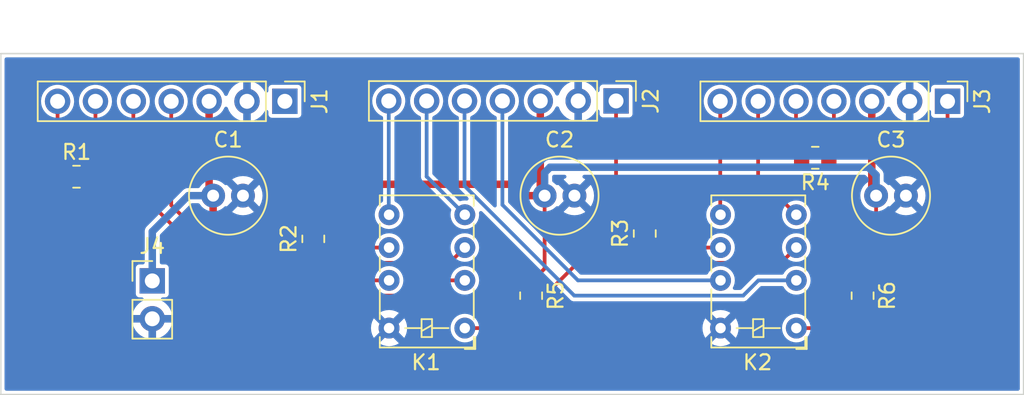
<source format=kicad_pcb>
(kicad_pcb (version 20211014) (generator pcbnew)
  (layers (0 "F.Cu" signal) (31 "B.Cu" signal) (34 "B.Paste" user) (35 "F.Paste" user) (36 "B.SilkS" user "B.Silkscreen") (37 "F.SilkS" user "F.Silkscreen") (38 "B.Mask" user) (39 "F.Mask" user) (44 "Edge.Cuts" user))
  (net 0 "")
  (net 1 "VCC")
  (net 2 "GND")
  (net 3 "Net-(J1-Pad4)")
  (net 4 "Net-(K1-Pad6)")
  (net 5 "Net-(J2-Pad4)")
  (net 6 "Net-(J2-Pad5)")
  (net 7 "Net-(J1-Pad6)")
  (net 8 "Net-(J1-Pad7)")
  (net 9 "Net-(J1-Pad5)")
  (net 10 "Net-(J2-Pad1)")
  (net 11 "Net-(J2-Pad6)")
  (net 12 "Net-(J2-Pad7)")
  (net 13 "Net-(J3-Pad4)")
  (net 14 "Net-(J3-Pad5)")
  (net 15 "Net-(K1-Pad3)")
  (net 17 "Net-(J3-Pad1)")
  (net 18 "Net-(J3-Pad6)")
  (net 19 "Net-(J3-Pad7)")
  (net 20 "Net-(K2-Pad3)")
  (net 21 "Net-(K2-Pad6)")
  (footprint "Resistor_SMD:R_0805_2012Metric" (layer "F.Cu") (at 146.05 85.725 180)
    (fp_text reference "R4" (at 0 -1.65) (layer "F.SilkS"))
    (fp_text value "120R")
    (fp_line (start -0.227064 -0.735) (end 0.227064 -0.735) (layer "F.SilkS") (width 0.12))
    (fp_line (start -0.227064 0.735) (end 0.227064 0.735) (layer "F.SilkS") (width 0.12))
    (pad "1" smd roundrect locked (at -0.9125 0 180) (size 1.025 1.4) (layers "F.Cu" "F.Paste" "F.Mask") (roundrect_rratio 0.243902439) (net 13 "Net-(J3-Pad4)"))
    (pad "2" smd roundrect locked (at 0.9125 0 180) (size 1.025 1.4) (layers "F.Cu" "F.Paste" "F.Mask") (roundrect_rratio 0.243902439) (net 14 "Net-(J3-Pad5)"))
  )
  (footprint "Resistor_SMD:R_0805_2012Metric" (layer "F.Cu") (at 96.52 86.995)
    (fp_text reference "R1" (at 0 -1.65) (layer "F.SilkS"))
    (fp_text value "120R")
    (fp_line (start -0.227064 -0.735) (end 0.227064 -0.735) (layer "F.SilkS") (width 0.12))
    (fp_line (start -0.227064 0.735) (end 0.227064 0.735) (layer "F.SilkS") (width 0.12))
    (pad "1" smd roundrect locked (at -0.9125 0) (size 1.025 1.4) (layers "F.Cu" "F.Paste" "F.Mask") (roundrect_rratio 0.243902439) (net 8 "Net-(J1-Pad7)"))
    (pad "2" smd roundrect locked (at 0.9125 0) (size 1.025 1.4) (layers "F.Cu" "F.Paste" "F.Mask") (roundrect_rratio 0.243902439) (net 7 "Net-(J1-Pad6)"))
  )
  (footprint "Connector_PinHeader_2.54mm:PinHeader_1x07_P2.54mm_Vertical" (layer "F.Cu") (at 132.695 81.915 -90)
    (fp_text reference "J2" (at 0 -2.33 -90) (layer "F.SilkS"))
    (fp_text value "Conn_01x07_Male")
    (fp_line (start -1.33 0) (end -1.33 -1.33) (layer "F.SilkS") (width 0.12))
    (fp_line (start -1.33 -1.33) (end 0 -1.33) (layer "F.SilkS") (width 0.12))
    (fp_line (start -1.33 1.27) (end -1.33 16.57) (layer "F.SilkS") (width 0.12))
    (fp_line (start 1.33 1.27) (end 1.33 16.57) (layer "F.SilkS") (width 0.12))
    (fp_line (start -1.33 1.27) (end 1.33 1.27) (layer "F.SilkS") (width 0.12))
    (fp_line (start -1.33 16.57) (end 1.33 16.57) (layer "F.SilkS") (width 0.12))
    (pad "1" thru_hole rect locked (at 0 0 270) (size 1.7 1.7) (drill 1) (layers *.Cu *.Mask) (net 10 "Net-(J2-Pad1)"))
    (pad "2" thru_hole oval locked (at 0 2.54 270) (size 1.7 1.7) (drill 1) (layers *.Cu *.Mask) (net 2 "GND"))
    (pad "3" thru_hole oval locked (at 0 5.08 270) (size 1.7 1.7) (drill 1) (layers *.Cu *.Mask) (net 1 "VCC"))
    (pad "4" thru_hole oval locked (at 0 7.62 270) (size 1.7 1.7) (drill 1) (layers *.Cu *.Mask) (net 5 "Net-(J2-Pad4)"))
    (pad "5" thru_hole oval locked (at 0 10.16 270) (size 1.7 1.7) (drill 1) (layers *.Cu *.Mask) (net 6 "Net-(J2-Pad5)"))
    (pad "6" thru_hole oval locked (at 0 12.7 270) (size 1.7 1.7) (drill 1) (layers *.Cu *.Mask) (net 11 "Net-(J2-Pad6)"))
    (pad "7" thru_hole oval locked (at 0 15.24 270) (size 1.7 1.7) (drill 1) (layers *.Cu *.Mask) (net 12 "Net-(J2-Pad7)"))
  )
  (footprint "Resistor_SMD:R_0805_2012Metric" (layer "F.Cu") (at 112.395 91.1625 90)
    (fp_text reference "R2" (at 0 -1.65 90) (layer "F.SilkS"))
    (fp_text value "120R")
    (fp_line (start -0.227064 0.735) (end 0.227064 0.735) (layer "F.SilkS") (width 0.12))
    (fp_line (start -0.227064 -0.735) (end 0.227064 -0.735) (layer "F.SilkS") (width 0.12))
    (pad "1" smd roundrect locked (at -0.9125 0 90) (size 1.025 1.4) (layers "F.Cu" "F.Paste" "F.Mask") (roundrect_rratio 0.243902439) (net 15 "Net-(K1-Pad3)"))
    (pad "2" smd roundrect locked (at 0.9125 0 90) (size 1.025 1.4) (layers "F.Cu" "F.Paste" "F.Mask") (roundrect_rratio 0.243902439) (net 4 "Net-(K1-Pad6)"))
  )
  (footprint "Capacitor_THT:C_Radial_D5.0mm_H11.0mm_P2.00mm" (layer "F.Cu") (at 127.905 88.265)
    (fp_text reference "C2" (at 1 -3.75) (layer "F.SilkS"))
    (fp_text value "4u7")
    (fp_circle (center 1 0) (end 3.62 0) (layer "F.SilkS") (width 0.12) (fill none))
    (pad "1" thru_hole circle locked (at 0 0) (size 1.6 1.6) (drill 0.8) (layers *.Cu *.Mask) (net 1 "VCC"))
    (pad "2" thru_hole circle locked (at 2 0) (size 1.6 1.6) (drill 0.8) (layers *.Cu *.Mask) (net 2 "GND"))
  )
  (footprint "Relay_THT:Relay_DPDT_AXICOM_IMSeries_Pitch5.08mm" (layer "F.Cu") (at 122.555 97.145 180)
    (fp_text reference "K1" (at 2.6 -2.3) (layer "F.SilkS"))
    (fp_text value "G5V-2")
    (fp_line (start -0.6 2.6) (end -0.6 0.6) (layer "F.SilkS") (width 0.12))
    (fp_line (start -0.6 -0.6) (end -0.6 -1.3) (layer "F.SilkS") (width 0.12))
    (fp_line (start 2.9 0) (end 4 0) (layer "F.SilkS") (width 0.12))
    (fp_line (start -0.6 -1.3) (end 5.7 -1.3) (layer "F.SilkS") (width 0.12))
    (fp_line (start -0.7 -0.6) (end -0.7 -1.4) (layer "F.SilkS") (width 0.12))
    (fp_line (start 2.9 -0.6) (end 2.2 -0.6) (layer "F.SilkS") (width 0.12))
    (fp_line (start -0.6 7) (end -0.6 6) (layer "F.SilkS") (width 0.12))
    (fp_line (start 2.9 0.6) (end 2.9 -0.6) (layer "F.SilkS") (width 0.12))
    (fp_line (start 5.7 8.2) (end 5.7 8.9) (layer "F.SilkS") (width 0.12))
    (fp_line (start 5.7 -1.3) (end 5.7 -0.6) (layer "F.SilkS") (width 0.12))
    (fp_line (start 2.2 0.6) (end 2.9 0.6) (layer "F.SilkS") (width 0.12))
    (fp_line (start 5.7 3.8) (end 5.7 4.8) (layer "F.SilkS") (width 0.12))
    (fp_line (start 5.7 0.6) (end 5.7 2.6) (layer "F.SilkS") (width 0.12))
    (fp_line (start -0.7 -1.4) (end 0 -1.4) (layer "F.SilkS") (width 0.12))
    (fp_line (start -0.6 8.2) (end -0.6 8.9) (layer "F.SilkS") (width 0.12))
    (fp_line (start 2.2 -0.6) (end 2.2 0.6) (layer "F.SilkS") (width 0.12))
    (fp_line (start 2.2 0.2) (end 2.9 -0.2) (layer "F.SilkS") (width 0.12))
    (fp_line (start 2.2 0) (end 1.1 0) (layer "F.SilkS") (width 0.12))
    (fp_line (start -0.6 4.8) (end -0.6 3.8) (layer "F.SilkS") (width 0.12))
    (fp_line (start 5.7 6) (end 5.7 7) (layer "F.SilkS") (width 0.12))
    (fp_line (start 5.7 8.9) (end -0.6 8.9) (layer "F.SilkS") (width 0.12))
    (pad "1" thru_hole circle locked (at 0 0 180) (size 1.4 1.4) (drill 0.7) (layers *.Cu *.Mask) (net 10 "Net-(J2-Pad1)"))
    (pad "2" thru_hole circle locked (at 0 3.2 180) (size 1.4 1.4) (drill 0.7) (layers *.Cu *.Mask) (net 9 "Net-(J1-Pad5)"))
    (pad "3" thru_hole circle locked (at 0 5.4 180) (size 1.4 1.4) (drill 0.7) (layers *.Cu *.Mask) (net 15 "Net-(K1-Pad3)"))
    (pad "4" thru_hole circle locked (at 0 7.6 180) (size 1.4 1.4) (drill 0.7) (layers *.Cu *.Mask) (net 11 "Net-(J2-Pad6)"))
    (pad "5" thru_hole circle locked (at 5.08 7.6 180) (size 1.4 1.4) (drill 0.7) (layers *.Cu *.Mask) (net 12 "Net-(J2-Pad7)"))
    (pad "6" thru_hole circle locked (at 5.08 5.4 180) (size 1.4 1.4) (drill 0.7) (layers *.Cu *.Mask) (net 4 "Net-(K1-Pad6)"))
    (pad "7" thru_hole circle locked (at 5.08 3.2 180) (size 1.4 1.4) (drill 0.7) (layers *.Cu *.Mask) (net 3 "Net-(J1-Pad4)"))
    (pad "8" thru_hole circle locked (at 5.08 0 180) (size 1.4 1.4) (drill 0.7) (layers *.Cu *.Mask) (net 2 "GND"))
  )
  (footprint "Relay_THT:Relay_DPDT_AXICOM_IMSeries_Pitch5.08mm" (layer "F.Cu") (at 144.78 97.145 180)
    (fp_text reference "K2" (at 2.6 -2.3) (layer "F.SilkS"))
    (fp_text value "G5V-2")
    (fp_line (start 2.2 0) (end 1.1 0) (layer "F.SilkS") (width 0.12))
    (fp_line (start -0.6 2.6) (end -0.6 0.6) (layer "F.SilkS") (width 0.12))
    (fp_line (start 2.2 -0.6) (end 2.2 0.6) (layer "F.SilkS") (width 0.12))
    (fp_line (start 2.9 0.6) (end 2.9 -0.6) (layer "F.SilkS") (width 0.12))
    (fp_line (start 5.7 8.9) (end -0.6 8.9) (layer "F.SilkS") (width 0.12))
    (fp_line (start -0.6 8.2) (end -0.6 8.9) (layer "F.SilkS") (width 0.12))
    (fp_line (start 2.2 0.2) (end 2.9 -0.2) (layer "F.SilkS") (width 0.12))
    (fp_line (start 5.7 0.6) (end 5.7 2.6) (layer "F.SilkS") (width 0.12))
    (fp_line (start -0.7 -0.6) (end -0.7 -1.4) (layer "F.SilkS") (width 0.12))
    (fp_line (start 2.9 0) (end 4 0) (layer "F.SilkS") (width 0.12))
    (fp_line (start -0.6 -1.3) (end 5.7 -1.3) (layer "F.SilkS") (width 0.12))
    (fp_line (start 5.7 3.8) (end 5.7 4.8) (layer "F.SilkS") (width 0.12))
    (fp_line (start -0.6 4.8) (end -0.6 3.8) (layer "F.SilkS") (width 0.12))
    (fp_line (start 5.7 8.2) (end 5.7 8.9) (layer "F.SilkS") (width 0.12))
    (fp_line (start -0.7 -1.4) (end 0 -1.4) (layer "F.SilkS") (width 0.12))
    (fp_line (start 2.2 0.6) (end 2.9 0.6) (layer "F.SilkS") (width 0.12))
    (fp_line (start -0.6 -0.6) (end -0.6 -1.3) (layer "F.SilkS") (width 0.12))
    (fp_line (start 2.9 -0.6) (end 2.2 -0.6) (layer "F.SilkS") (width 0.12))
    (fp_line (start 5.7 6) (end 5.7 7) (layer "F.SilkS") (width 0.12))
    (fp_line (start 5.7 -1.3) (end 5.7 -0.6) (layer "F.SilkS") (width 0.12))
    (fp_line (start -0.6 7) (end -0.6 6) (layer "F.SilkS") (width 0.12))
    (pad "1" thru_hole circle locked (at 0 0 180) (size 1.4 1.4) (drill 0.7) (layers *.Cu *.Mask) (net 17 "Net-(J3-Pad1)"))
    (pad "2" thru_hole circle locked (at 0 3.2 180) (size 1.4 1.4) (drill 0.7) (layers *.Cu *.Mask) (net 6 "Net-(J2-Pad5)"))
    (pad "3" thru_hole circle locked (at 0 5.4 180) (size 1.4 1.4) (drill 0.7) (layers *.Cu *.Mask) (net 20 "Net-(K2-Pad3)"))
    (pad "4" thru_hole circle locked (at 0 7.6 180) (size 1.4 1.4) (drill 0.7) (layers *.Cu *.Mask) (net 18 "Net-(J3-Pad6)"))
    (pad "5" thru_hole circle locked (at 5.08 7.6 180) (size 1.4 1.4) (drill 0.7) (layers *.Cu *.Mask) (net 19 "Net-(J3-Pad7)"))
    (pad "6" thru_hole circle locked (at 5.08 5.4 180) (size 1.4 1.4) (drill 0.7) (layers *.Cu *.Mask) (net 21 "Net-(K2-Pad6)"))
    (pad "7" thru_hole circle locked (at 5.08 3.2 180) (size 1.4 1.4) (drill 0.7) (layers *.Cu *.Mask) (net 5 "Net-(J2-Pad4)"))
    (pad "8" thru_hole circle locked (at 5.08 0 180) (size 1.4 1.4) (drill 0.7) (layers *.Cu *.Mask) (net 2 "GND"))
  )
  (footprint "Resistor_SMD:R_0805_2012Metric" (layer "F.Cu") (at 134.62 90.805 90)
    (fp_text reference "R3" (at 0 -1.65 90) (layer "F.SilkS"))
    (fp_text value "120R")
    (fp_line (start -0.227064 -0.735) (end 0.227064 -0.735) (layer "F.SilkS") (width 0.12))
    (fp_line (start -0.227064 0.735) (end 0.227064 0.735) (layer "F.SilkS") (width 0.12))
    (pad "1" smd roundrect locked (at -0.9125 0 90) (size 1.025 1.4) (layers "F.Cu" "F.Paste" "F.Mask") (roundrect_rratio 0.243902439) (net 20 "Net-(K2-Pad3)"))
    (pad "2" smd roundrect locked (at 0.9125 0 90) (size 1.025 1.4) (layers "F.Cu" "F.Paste" "F.Mask") (roundrect_rratio 0.243902439) (net 21 "Net-(K2-Pad6)"))
  )
  (footprint "Capacitor_THT:C_Radial_D5.0mm_H11.0mm_P2.00mm" (layer "F.Cu") (at 105.68 88.265)
    (fp_text reference "C1" (at 1 -3.75) (layer "F.SilkS"))
    (fp_text value "4u7")
    (fp_circle (center 1 0) (end 3.62 0) (layer "F.SilkS") (width 0.12) (fill none))
    (pad "1" thru_hole circle locked (at 0 0) (size 1.6 1.6) (drill 0.8) (layers *.Cu *.Mask) (net 1 "VCC"))
    (pad "2" thru_hole circle locked (at 2 0) (size 1.6 1.6) (drill 0.8) (layers *.Cu *.Mask) (net 2 "GND"))
  )
  (footprint "Resistor_SMD:R_0805_2012Metric" (layer "F.Cu") (at 149.225 94.9725 -90)
    (fp_text reference "R6" (at 0 -1.65 90) (layer "F.SilkS"))
    (fp_text value "10K")
    (fp_line (start -0.227064 -0.735) (end 0.227064 -0.735) (layer "F.SilkS") (width 0.12))
    (fp_line (start -0.227064 0.735) (end 0.227064 0.735) (layer "F.SilkS") (width 0.12))
    (pad "1" smd roundrect locked (at -0.9125 0 270) (size 1.025 1.4) (layers "F.Cu" "F.Paste" "F.Mask") (roundrect_rratio 0.243902439) (net 1 "VCC"))
    (pad "2" smd roundrect locked (at 0.9125 0 270) (size 1.025 1.4) (layers "F.Cu" "F.Paste" "F.Mask") (roundrect_rratio 0.243902439) (net 17 "Net-(J3-Pad1)"))
  )
  (footprint "Resistor_SMD:R_0805_2012Metric" (layer "F.Cu") (at 127 94.9725 -90)
    (fp_text reference "R5" (at 0 -1.65 90) (layer "F.SilkS"))
    (fp_text value "10K")
    (fp_line (start -0.227064 0.735) (end 0.227064 0.735) (layer "F.SilkS") (width 0.12))
    (fp_line (start -0.227064 -0.735) (end 0.227064 -0.735) (layer "F.SilkS") (width 0.12))
    (pad "1" smd roundrect locked (at -0.9125 0 270) (size 1.025 1.4) (layers "F.Cu" "F.Paste" "F.Mask") (roundrect_rratio 0.243902439) (net 1 "VCC"))
    (pad "2" smd roundrect locked (at 0.9125 0 270) (size 1.025 1.4) (layers "F.Cu" "F.Paste" "F.Mask") (roundrect_rratio 0.243902439) (net 10 "Net-(J2-Pad1)"))
  )
  (footprint "Connector_PinHeader_2.54mm:PinHeader_1x02_P2.54mm_Vertical" (layer "F.Cu") (at 101.6 93.98)
    (fp_text reference "J4" (at 0 -2.33) (layer "F.SilkS"))
    (fp_text value "Conn_01x02_Male")
    (fp_line (start -1.33 1.27) (end 1.33 1.27) (layer "F.SilkS") (width 0.12))
    (fp_line (start -1.33 1.27) (end -1.33 3.87) (layer "F.SilkS") (width 0.12))
    (fp_line (start -1.33 0) (end -1.33 -1.33) (layer "F.SilkS") (width 0.12))
    (fp_line (start -1.33 -1.33) (end 0 -1.33) (layer "F.SilkS") (width 0.12))
    (fp_line (start -1.33 3.87) (end 1.33 3.87) (layer "F.SilkS") (width 0.12))
    (fp_line (start 1.33 1.27) (end 1.33 3.87) (layer "F.SilkS") (width 0.12))
    (pad "1" thru_hole rect locked (at 0 0) (size 1.7 1.7) (drill 1) (layers *.Cu *.Mask) (net 1 "VCC"))
    (pad "2" thru_hole oval locked (at 0 2.54) (size 1.7 1.7) (drill 1) (layers *.Cu *.Mask) (net 2 "GND"))
  )
  (footprint "Connector_PinHeader_2.54mm:PinHeader_1x07_P2.54mm_Vertical" (layer "F.Cu") (at 110.49 81.94 -90)
    (fp_text reference "J1" (at 0 -2.33 -90) (layer "F.SilkS"))
    (fp_text value "Conn_01x07_Male")
    (fp_line (start -1.33 1.27) (end -1.33 16.57) (layer "F.SilkS") (width 0.12))
    (fp_line (start -1.33 16.57) (end 1.33 16.57) (layer "F.SilkS") (width 0.12))
    (fp_line (start 1.33 1.27) (end 1.33 16.57) (layer "F.SilkS") (width 0.12))
    (fp_line (start -1.33 -1.33) (end 0 -1.33) (layer "F.SilkS") (width 0.12))
    (fp_line (start -1.33 1.27) (end 1.33 1.27) (layer "F.SilkS") (width 0.12))
    (fp_line (start -1.33 0) (end -1.33 -1.33) (layer "F.SilkS") (width 0.12))
    (pad "1" thru_hole rect locked (at 0 0 270) (size 1.7 1.7) (drill 1) (layers *.Cu *.Mask))
    (pad "2" thru_hole oval locked (at 0 2.54 270) (size 1.7 1.7) (drill 1) (layers *.Cu *.Mask) (net 2 "GND"))
    (pad "3" thru_hole oval locked (at 0 5.08 270) (size 1.7 1.7) (drill 1) (layers *.Cu *.Mask) (net 1 "VCC"))
    (pad "4" thru_hole oval locked (at 0 7.62 270) (size 1.7 1.7) (drill 1) (layers *.Cu *.Mask) (net 3 "Net-(J1-Pad4)"))
    (pad "5" thru_hole oval locked (at 0 10.16 270) (size 1.7 1.7) (drill 1) (layers *.Cu *.Mask) (net 9 "Net-(J1-Pad5)"))
    (pad "6" thru_hole oval locked (at 0 12.7 270) (size 1.7 1.7) (drill 1) (layers *.Cu *.Mask) (net 7 "Net-(J1-Pad6)"))
    (pad "7" thru_hole oval locked (at 0 15.24 270) (size 1.7 1.7) (drill 1) (layers *.Cu *.Mask) (net 8 "Net-(J1-Pad7)"))
  )
  (footprint "Capacitor_THT:C_Radial_D5.0mm_H11.0mm_P2.00mm" (layer "F.Cu") (at 150.13 88.265)
    (fp_text reference "C3" (at 1 -3.75) (layer "F.SilkS"))
    (fp_text value "4u7")
    (fp_circle (center 1 0) (end 3.62 0) (layer "F.SilkS") (width 0.12) (fill none))
    (pad "1" thru_hole circle locked (at 0 0) (size 1.6 1.6) (drill 0.8) (layers *.Cu *.Mask) (net 1 "VCC"))
    (pad "2" thru_hole circle locked (at 2 0) (size 1.6 1.6) (drill 0.8) (layers *.Cu *.Mask) (net 2 "GND"))
  )
  (footprint "Connector_PinHeader_2.54mm:PinHeader_1x07_P2.54mm_Vertical" (layer "F.Cu") (at 154.92 81.94 -90)
    (fp_text reference "J3" (at 0 -2.33 -90) (layer "F.SilkS"))
    (fp_text value "Conn_01x07_Male")
    (fp_line (start -1.33 1.27) (end -1.33 16.57) (layer "F.SilkS") (width 0.12))
    (fp_line (start 1.33 1.27) (end 1.33 16.57) (layer "F.SilkS") (width 0.12))
    (fp_line (start -1.33 -1.33) (end 0 -1.33) (layer "F.SilkS") (width 0.12))
    (fp_line (start -1.33 1.27) (end 1.33 1.27) (layer "F.SilkS") (width 0.12))
    (fp_line (start -1.33 16.57) (end 1.33 16.57) (layer "F.SilkS") (width 0.12))
    (fp_line (start -1.33 0) (end -1.33 -1.33) (layer "F.SilkS") (width 0.12))
    (pad "1" thru_hole rect locked (at 0 0 270) (size 1.7 1.7) (drill 1) (layers *.Cu *.Mask) (net 17 "Net-(J3-Pad1)"))
    (pad "2" thru_hole oval locked (at 0 2.54 270) (size 1.7 1.7) (drill 1) (layers *.Cu *.Mask) (net 2 "GND"))
    (pad "3" thru_hole oval locked (at 0 5.08 270) (size 1.7 1.7) (drill 1) (layers *.Cu *.Mask) (net 1 "VCC"))
    (pad "4" thru_hole oval locked (at 0 7.62 270) (size 1.7 1.7) (drill 1) (layers *.Cu *.Mask) (net 13 "Net-(J3-Pad4)"))
    (pad "5" thru_hole oval locked (at 0 10.16 270) (size 1.7 1.7) (drill 1) (layers *.Cu *.Mask) (net 14 "Net-(J3-Pad5)"))
    (pad "6" thru_hole oval locked (at 0 12.7 270) (size 1.7 1.7) (drill 1) (layers *.Cu *.Mask) (net 18 "Net-(J3-Pad6)"))
    (pad "7" thru_hole oval locked (at 0 15.24 270) (size 1.7 1.7) (drill 1) (layers *.Cu *.Mask) (net 19 "Net-(J3-Pad7)"))
  )
  (gr_rect (start 91.44 78.74) (end 160.02 101.6) (layer "Edge.Cuts") (width 0.1) (fill none))
  (gr_text "v0.1.1" (at 131.699 99.568) (layer "F.Cu") (effects (font (size 1.5 1.5) (thickness 0.3))))
  (segment (start 110.109 90.043) (end 112.649 87.503) (width 0.5) (layer "F.Cu") (net 1))
  (segment (start 105.68 89.551) (end 106.172 90.043) (width 0.5) (layer "F.Cu") (net 1))
  (segment (start 105.41 87.995) (end 105.68 88.265) (width 0.5) (layer "F.Cu") (net 1))
  (segment (start 149.84 87.975) (end 150.13 88.265) (width 0.5) (layer "F.Cu") (net 1))
  (segment (start 149.225 94.06) (end 150.13 93.155) (width 0.25) (layer "F.Cu") (net 1))
  (segment (start 127 94.06) (end 127.905 93.155) (width 0.25) (layer "F.Cu") (net 1))
  (segment (start 127.615 87.975) (end 127.905 88.265) (width 0.5) (layer "F.Cu") (net 1))
  (segment (start 127.905 93.155) (end 127.905 88.265) (width 0.25) (layer "F.Cu") (net 1))
  (segment (start 112.649 87.503) (end 125.984 87.503) (width 0.5) (layer "F.Cu") (net 1))
  (segment (start 105.41 81.94) (end 105.41 87.995) (width 0.5) (layer "F.Cu") (net 1))
  (segment (start 126.746 88.265) (end 127.905 88.265) (width 0.5) (layer "F.Cu") (net 1))
  (segment (start 127.615 81.915) (end 127.615 87.975) (width 0.5) (layer "F.Cu") (net 1))
  (segment (start 150.13 93.155) (end 150.13 88.265) (width 0.25) (layer "F.Cu") (net 1))
  (segment (start 149.84 81.94) (end 149.84 87.975) (width 0.5) (layer "F.Cu") (net 1))
  (segment (start 125.984 87.503) (end 126.746 88.265) (width 0.5) (layer "F.Cu") (net 1))
  (segment (start 106.172 90.043) (end 110.109 90.043) (width 0.5) (layer "F.Cu") (net 1))
  (segment (start 105.68 88.265) (end 105.68 89.551) (width 0.5) (layer "F.Cu") (net 1))
  (segment (start 101.6 90.678) (end 104.013 88.265) (width 0.5) (layer "B.Cu") (net 1))
  (segment (start 127.905 86.725) (end 128.27 86.36) (width 0.5) (layer "B.Cu") (net 1))
  (segment (start 128.27 86.36) (end 149.606 86.36) (width 0.5) (layer "B.Cu") (net 1))
  (segment (start 150.13 86.884) (end 150.13 88.265) (width 0.5) (layer "B.Cu") (net 1))
  (segment (start 127.905 88.265) (end 127.905 86.725) (width 0.5) (layer "B.Cu") (net 1))
  (segment (start 149.606 86.36) (end 150.13 86.884) (width 0.5) (layer "B.Cu") (net 1))
  (segment (start 104.013 88.265) (end 105.68 88.265) (width 0.5) (layer "B.Cu") (net 1))
  (segment (start 101.6 93.98) (end 101.6 90.678) (width 0.5) (layer "B.Cu") (net 1))
  (segment (start 107.95 93.98) (end 107.985 93.945) (width 0.25) (layer "F.Cu") (net 3))
  (segment (start 102.87 88.9) (end 107.95 93.98) (width 0.25) (layer "F.Cu") (net 3))
  (segment (start 102.87 81.94) (end 102.87 88.9) (width 0.25) (layer "F.Cu") (net 3))
  (segment (start 107.985 93.945) (end 117.475 93.945) (width 0.25) (layer "F.Cu") (net 3))
  (segment (start 117.475 91.745) (end 113.89 91.745) (width 0.25) (layer "F.Cu") (net 4))
  (segment (start 113.89 91.745) (end 112.395 90.25) (width 0.25) (layer "F.Cu") (net 4))
  (segment (start 130.14 93.945) (end 139.7 93.945) (width 0.25) (layer "B.Cu") (net 5))
  (segment (start 125.075 88.88) (end 130.14 93.945) (width 0.25) (layer "B.Cu") (net 5))
  (segment (start 125.075 81.915) (end 125.075 88.88) (width 0.25) (layer "B.Cu") (net 5))
  (segment (start 129.894511 94.969511) (end 122.535 87.61) (width 0.25) (layer "B.Cu") (net 6))
  (segment (start 141.215489 94.969511) (end 129.894511 94.969511) (width 0.25) (layer "B.Cu") (net 6))
  (segment (start 142.24 93.945) (end 144.78 93.945) (width 0.25) (layer "B.Cu") (net 6))
  (segment (start 142.24 93.945) (end 141.215489 94.969511) (width 0.25) (layer "B.Cu") (net 6))
  (segment (start 122.535 87.61) (end 122.535 81.915) (width 0.25) (layer "B.Cu") (net 6))
  (segment (start 97.79 86.6375) (end 97.4325 86.995) (width 0.25) (layer "F.Cu") (net 7))
  (segment (start 97.79 81.94) (end 97.79 86.6375) (width 0.25) (layer "F.Cu") (net 7))
  (segment (start 95.25 81.94) (end 95.25 86.6375) (width 0.25) (layer "F.Cu") (net 8))
  (segment (start 95.25 86.6375) (end 95.6075 86.995) (width 0.25) (layer "F.Cu") (net 8))
  (segment (start 100.33 87.63) (end 100.33 81.94) (width 0.25) (layer "F.Cu") (net 9))
  (segment (start 120.015 93.945) (end 118.990489 94.969511) (width 0.25) (layer "F.Cu") (net 9))
  (segment (start 118.990489 94.969511) (end 107.669511 94.969511) (width 0.25) (layer "F.Cu") (net 9))
  (segment (start 107.669511 94.969511) (end 100.33 87.63) (width 0.25) (layer "F.Cu") (net 9))
  (segment (start 120.015 93.945) (end 122.555 93.945) (width 0.25) (layer "F.Cu") (net 9))
  (segment (start 132.695 90.19) (end 132.695 81.915) (width 0.25) (layer "F.Cu") (net 10))
  (segment (start 127 95.885) (end 132.695 90.19) (width 0.25) (layer "F.Cu") (net 10))
  (segment (start 125.74 97.145) (end 127 95.885) (width 0.25) (layer "F.Cu") (net 10))
  (segment (start 122.555 97.145) (end 125.74 97.145) (width 0.25) (layer "F.Cu") (net 10))
  (segment (start 119.995 81.915) (end 119.995 86.985) (width 0.25) (layer "B.Cu") (net 11))
  (segment (start 119.995 86.985) (end 122.555 89.545) (width 0.25) (layer "B.Cu") (net 11))
  (segment (start 117.455 81.915) (end 117.455 89.525) (width 0.25) (layer "B.Cu") (net 12))
  (segment (start 117.455 89.525) (end 117.475 89.545) (width 0.25) (layer "B.Cu") (net 12))
  (segment (start 146.9625 85.725) (end 147.3 85.3875) (width 0.25) (layer "F.Cu") (net 13))
  (segment (start 147.3 85.3875) (end 147.3 81.94) (width 0.25) (layer "F.Cu") (net 13))
  (segment (start 144.76 81.94) (end 144.76 85.3475) (width 0.25) (layer "F.Cu") (net 14))
  (segment (start 144.76 85.3475) (end 145.1375 85.725) (width 0.25) (layer "F.Cu") (net 14))
  (segment (start 113.089511 92.769511) (end 121.530489 92.769511) (width 0.25) (layer "F.Cu") (net 15))
  (segment (start 121.530489 92.769511) (end 122.555 91.745) (width 0.25) (layer "F.Cu") (net 15))
  (segment (start 112.395 92.075) (end 113.089511 92.769511) (width 0.25) (layer "F.Cu") (net 15))
  (segment (start 144.78 97.145) (end 147.965 97.145) (width 0.25) (layer "F.Cu") (net 17))
  (segment (start 147.965 97.145) (end 149.225 95.885) (width 0.25) (layer "F.Cu") (net 17))
  (segment (start 154.92 83.165) (end 154.92 81.94) (width 0.25) (layer "F.Cu") (net 17))
  (segment (start 154.94 90.17) (end 154.94 83.185) (width 0.25) (layer "F.Cu") (net 17))
  (segment (start 154.94 83.185) (end 154.92 83.165) (width 0.25) (layer "F.Cu") (net 17))
  (segment (start 149.225 95.885) (end 154.94 90.17) (width 0.25) (layer "F.Cu") (net 17))
  (segment (start 142.22 81.94) (end 142.22 86.985) (width 0.25) (layer "F.Cu") (net 18))
  (segment (start 142.22 86.985) (end 144.78 89.545) (width 0.25) (layer "F.Cu") (net 18))
  (segment (start 139.68 81.94) (end 139.68 89.525) (width 0.25) (layer "F.Cu") (net 19))
  (segment (start 139.68 89.525) (end 139.7 89.545) (width 0.25) (layer "F.Cu") (net 19))
  (segment (start 135.672011 92.769511) (end 143.755489 92.769511) (width 0.25) (layer "F.Cu") (net 20))
  (segment (start 143.755489 92.769511) (end 144.78 91.745) (width 0.25) (layer "F.Cu") (net 20))
  (segment (start 134.62 91.7175) (end 135.672011 92.769511) (width 0.25) (layer "F.Cu") (net 20))
  (segment (start 136.4725 91.745) (end 134.62 89.8925) (width 0.25) (layer "F.Cu") (net 21))
  (segment (start 139.7 91.745) (end 136.4725 91.745) (width 0.25) (layer "F.Cu") (net 21))
  (zone (net 2) (net_name "GND") (layer "B.Cu") (connect_pads (clearance 0.254)) (min_thickness 0.254) (fill yes (thermal_gap 0.508) (thermal_bridge_width 0.508) (smoothing chamfer))
    (polygon (pts (xy 160.02 101.6) (xy 91.44 101.6) (xy 91.44 78.74) (xy 160.02 78.74)))
  )
)
</source>
